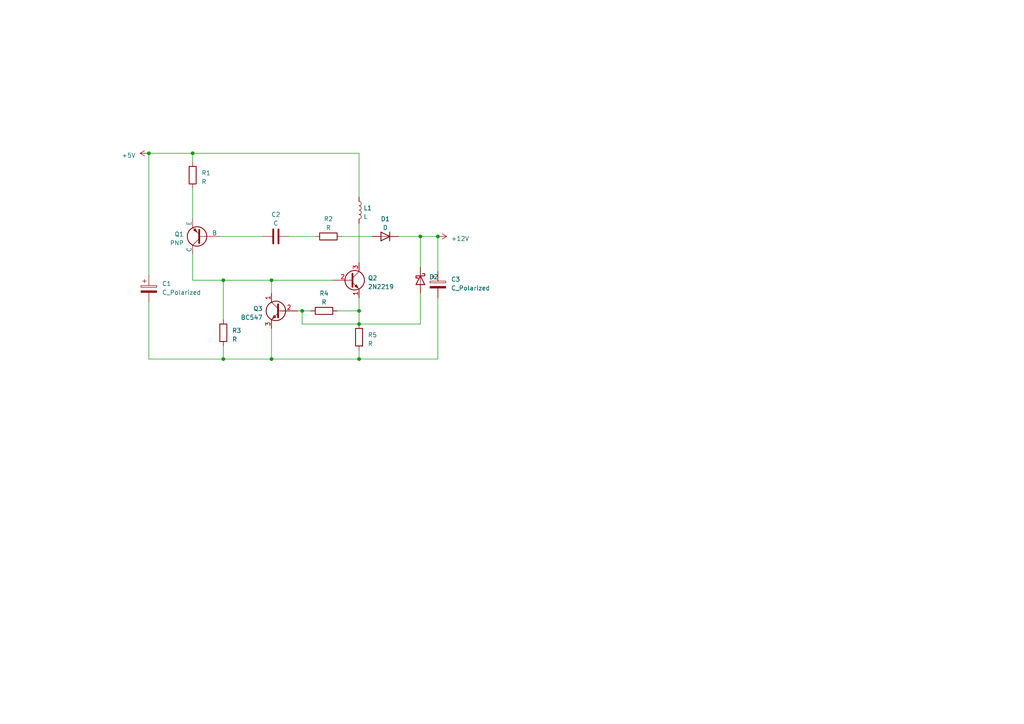
<source format=kicad_sch>
(kicad_sch (version 20230121) (generator eeschema)

  (uuid b5378ec2-7c6c-4f86-a83e-931cb30f817b)

  (paper "A4")

  (lib_symbols
    (symbol "Device:C" (pin_numbers hide) (pin_names (offset 0.254)) (in_bom yes) (on_board yes)
      (property "Reference" "C" (at 0.635 2.54 0)
        (effects (font (size 1.27 1.27)) (justify left))
      )
      (property "Value" "C" (at 0.635 -2.54 0)
        (effects (font (size 1.27 1.27)) (justify left))
      )
      (property "Footprint" "" (at 0.9652 -3.81 0)
        (effects (font (size 1.27 1.27)) hide)
      )
      (property "Datasheet" "~" (at 0 0 0)
        (effects (font (size 1.27 1.27)) hide)
      )
      (property "ki_keywords" "cap capacitor" (at 0 0 0)
        (effects (font (size 1.27 1.27)) hide)
      )
      (property "ki_description" "Unpolarized capacitor" (at 0 0 0)
        (effects (font (size 1.27 1.27)) hide)
      )
      (property "ki_fp_filters" "C_*" (at 0 0 0)
        (effects (font (size 1.27 1.27)) hide)
      )
      (symbol "C_0_1"
        (polyline
          (pts
            (xy -2.032 -0.762)
            (xy 2.032 -0.762)
          )
          (stroke (width 0.508) (type default))
          (fill (type none))
        )
        (polyline
          (pts
            (xy -2.032 0.762)
            (xy 2.032 0.762)
          )
          (stroke (width 0.508) (type default))
          (fill (type none))
        )
      )
      (symbol "C_1_1"
        (pin passive line (at 0 3.81 270) (length 2.794)
          (name "~" (effects (font (size 1.27 1.27))))
          (number "1" (effects (font (size 1.27 1.27))))
        )
        (pin passive line (at 0 -3.81 90) (length 2.794)
          (name "~" (effects (font (size 1.27 1.27))))
          (number "2" (effects (font (size 1.27 1.27))))
        )
      )
    )
    (symbol "Device:C_Polarized" (pin_numbers hide) (pin_names (offset 0.254)) (in_bom yes) (on_board yes)
      (property "Reference" "C" (at 0.635 2.54 0)
        (effects (font (size 1.27 1.27)) (justify left))
      )
      (property "Value" "C_Polarized" (at 0.635 -2.54 0)
        (effects (font (size 1.27 1.27)) (justify left))
      )
      (property "Footprint" "" (at 0.9652 -3.81 0)
        (effects (font (size 1.27 1.27)) hide)
      )
      (property "Datasheet" "~" (at 0 0 0)
        (effects (font (size 1.27 1.27)) hide)
      )
      (property "ki_keywords" "cap capacitor" (at 0 0 0)
        (effects (font (size 1.27 1.27)) hide)
      )
      (property "ki_description" "Polarized capacitor" (at 0 0 0)
        (effects (font (size 1.27 1.27)) hide)
      )
      (property "ki_fp_filters" "CP_*" (at 0 0 0)
        (effects (font (size 1.27 1.27)) hide)
      )
      (symbol "C_Polarized_0_1"
        (rectangle (start -2.286 0.508) (end 2.286 1.016)
          (stroke (width 0) (type default))
          (fill (type none))
        )
        (polyline
          (pts
            (xy -1.778 2.286)
            (xy -0.762 2.286)
          )
          (stroke (width 0) (type default))
          (fill (type none))
        )
        (polyline
          (pts
            (xy -1.27 2.794)
            (xy -1.27 1.778)
          )
          (stroke (width 0) (type default))
          (fill (type none))
        )
        (rectangle (start 2.286 -0.508) (end -2.286 -1.016)
          (stroke (width 0) (type default))
          (fill (type outline))
        )
      )
      (symbol "C_Polarized_1_1"
        (pin passive line (at 0 3.81 270) (length 2.794)
          (name "~" (effects (font (size 1.27 1.27))))
          (number "1" (effects (font (size 1.27 1.27))))
        )
        (pin passive line (at 0 -3.81 90) (length 2.794)
          (name "~" (effects (font (size 1.27 1.27))))
          (number "2" (effects (font (size 1.27 1.27))))
        )
      )
    )
    (symbol "Device:D" (pin_numbers hide) (pin_names (offset 1.016) hide) (in_bom yes) (on_board yes)
      (property "Reference" "D" (at 0 2.54 0)
        (effects (font (size 1.27 1.27)))
      )
      (property "Value" "D" (at 0 -2.54 0)
        (effects (font (size 1.27 1.27)))
      )
      (property "Footprint" "" (at 0 0 0)
        (effects (font (size 1.27 1.27)) hide)
      )
      (property "Datasheet" "~" (at 0 0 0)
        (effects (font (size 1.27 1.27)) hide)
      )
      (property "Sim.Device" "D" (at 0 0 0)
        (effects (font (size 1.27 1.27)) hide)
      )
      (property "Sim.Pins" "1=K 2=A" (at 0 0 0)
        (effects (font (size 1.27 1.27)) hide)
      )
      (property "ki_keywords" "diode" (at 0 0 0)
        (effects (font (size 1.27 1.27)) hide)
      )
      (property "ki_description" "Diode" (at 0 0 0)
        (effects (font (size 1.27 1.27)) hide)
      )
      (property "ki_fp_filters" "TO-???* *_Diode_* *SingleDiode* D_*" (at 0 0 0)
        (effects (font (size 1.27 1.27)) hide)
      )
      (symbol "D_0_1"
        (polyline
          (pts
            (xy -1.27 1.27)
            (xy -1.27 -1.27)
          )
          (stroke (width 0.254) (type default))
          (fill (type none))
        )
        (polyline
          (pts
            (xy 1.27 0)
            (xy -1.27 0)
          )
          (stroke (width 0) (type default))
          (fill (type none))
        )
        (polyline
          (pts
            (xy 1.27 1.27)
            (xy 1.27 -1.27)
            (xy -1.27 0)
            (xy 1.27 1.27)
          )
          (stroke (width 0.254) (type default))
          (fill (type none))
        )
      )
      (symbol "D_1_1"
        (pin passive line (at -3.81 0 0) (length 2.54)
          (name "K" (effects (font (size 1.27 1.27))))
          (number "1" (effects (font (size 1.27 1.27))))
        )
        (pin passive line (at 3.81 0 180) (length 2.54)
          (name "A" (effects (font (size 1.27 1.27))))
          (number "2" (effects (font (size 1.27 1.27))))
        )
      )
    )
    (symbol "Device:D_Schottky" (pin_numbers hide) (pin_names (offset 1.016) hide) (in_bom yes) (on_board yes)
      (property "Reference" "D" (at 0 2.54 0)
        (effects (font (size 1.27 1.27)))
      )
      (property "Value" "D_Schottky" (at 0 -2.54 0)
        (effects (font (size 1.27 1.27)))
      )
      (property "Footprint" "" (at 0 0 0)
        (effects (font (size 1.27 1.27)) hide)
      )
      (property "Datasheet" "~" (at 0 0 0)
        (effects (font (size 1.27 1.27)) hide)
      )
      (property "ki_keywords" "diode Schottky" (at 0 0 0)
        (effects (font (size 1.27 1.27)) hide)
      )
      (property "ki_description" "Schottky diode" (at 0 0 0)
        (effects (font (size 1.27 1.27)) hide)
      )
      (property "ki_fp_filters" "TO-???* *_Diode_* *SingleDiode* D_*" (at 0 0 0)
        (effects (font (size 1.27 1.27)) hide)
      )
      (symbol "D_Schottky_0_1"
        (polyline
          (pts
            (xy 1.27 0)
            (xy -1.27 0)
          )
          (stroke (width 0) (type default))
          (fill (type none))
        )
        (polyline
          (pts
            (xy 1.27 1.27)
            (xy 1.27 -1.27)
            (xy -1.27 0)
            (xy 1.27 1.27)
          )
          (stroke (width 0.254) (type default))
          (fill (type none))
        )
        (polyline
          (pts
            (xy -1.905 0.635)
            (xy -1.905 1.27)
            (xy -1.27 1.27)
            (xy -1.27 -1.27)
            (xy -0.635 -1.27)
            (xy -0.635 -0.635)
          )
          (stroke (width 0.254) (type default))
          (fill (type none))
        )
      )
      (symbol "D_Schottky_1_1"
        (pin passive line (at -3.81 0 0) (length 2.54)
          (name "K" (effects (font (size 1.27 1.27))))
          (number "1" (effects (font (size 1.27 1.27))))
        )
        (pin passive line (at 3.81 0 180) (length 2.54)
          (name "A" (effects (font (size 1.27 1.27))))
          (number "2" (effects (font (size 1.27 1.27))))
        )
      )
    )
    (symbol "Device:L" (pin_numbers hide) (pin_names (offset 1.016) hide) (in_bom yes) (on_board yes)
      (property "Reference" "L" (at -1.27 0 90)
        (effects (font (size 1.27 1.27)))
      )
      (property "Value" "L" (at 1.905 0 90)
        (effects (font (size 1.27 1.27)))
      )
      (property "Footprint" "" (at 0 0 0)
        (effects (font (size 1.27 1.27)) hide)
      )
      (property "Datasheet" "~" (at 0 0 0)
        (effects (font (size 1.27 1.27)) hide)
      )
      (property "ki_keywords" "inductor choke coil reactor magnetic" (at 0 0 0)
        (effects (font (size 1.27 1.27)) hide)
      )
      (property "ki_description" "Inductor" (at 0 0 0)
        (effects (font (size 1.27 1.27)) hide)
      )
      (property "ki_fp_filters" "Choke_* *Coil* Inductor_* L_*" (at 0 0 0)
        (effects (font (size 1.27 1.27)) hide)
      )
      (symbol "L_0_1"
        (arc (start 0 -2.54) (mid 0.6323 -1.905) (end 0 -1.27)
          (stroke (width 0) (type default))
          (fill (type none))
        )
        (arc (start 0 -1.27) (mid 0.6323 -0.635) (end 0 0)
          (stroke (width 0) (type default))
          (fill (type none))
        )
        (arc (start 0 0) (mid 0.6323 0.635) (end 0 1.27)
          (stroke (width 0) (type default))
          (fill (type none))
        )
        (arc (start 0 1.27) (mid 0.6323 1.905) (end 0 2.54)
          (stroke (width 0) (type default))
          (fill (type none))
        )
      )
      (symbol "L_1_1"
        (pin passive line (at 0 3.81 270) (length 1.27)
          (name "1" (effects (font (size 1.27 1.27))))
          (number "1" (effects (font (size 1.27 1.27))))
        )
        (pin passive line (at 0 -3.81 90) (length 1.27)
          (name "2" (effects (font (size 1.27 1.27))))
          (number "2" (effects (font (size 1.27 1.27))))
        )
      )
    )
    (symbol "Device:R" (pin_numbers hide) (pin_names (offset 0)) (in_bom yes) (on_board yes)
      (property "Reference" "R" (at 2.032 0 90)
        (effects (font (size 1.27 1.27)))
      )
      (property "Value" "R" (at 0 0 90)
        (effects (font (size 1.27 1.27)))
      )
      (property "Footprint" "" (at -1.778 0 90)
        (effects (font (size 1.27 1.27)) hide)
      )
      (property "Datasheet" "~" (at 0 0 0)
        (effects (font (size 1.27 1.27)) hide)
      )
      (property "ki_keywords" "R res resistor" (at 0 0 0)
        (effects (font (size 1.27 1.27)) hide)
      )
      (property "ki_description" "Resistor" (at 0 0 0)
        (effects (font (size 1.27 1.27)) hide)
      )
      (property "ki_fp_filters" "R_*" (at 0 0 0)
        (effects (font (size 1.27 1.27)) hide)
      )
      (symbol "R_0_1"
        (rectangle (start -1.016 -2.54) (end 1.016 2.54)
          (stroke (width 0.254) (type default))
          (fill (type none))
        )
      )
      (symbol "R_1_1"
        (pin passive line (at 0 3.81 270) (length 1.27)
          (name "~" (effects (font (size 1.27 1.27))))
          (number "1" (effects (font (size 1.27 1.27))))
        )
        (pin passive line (at 0 -3.81 90) (length 1.27)
          (name "~" (effects (font (size 1.27 1.27))))
          (number "2" (effects (font (size 1.27 1.27))))
        )
      )
    )
    (symbol "Simulation_SPICE:PNP" (pin_numbers hide) (pin_names (offset 0)) (in_bom yes) (on_board yes)
      (property "Reference" "Q" (at -2.54 7.62 0)
        (effects (font (size 1.27 1.27)))
      )
      (property "Value" "PNP" (at -2.54 5.08 0)
        (effects (font (size 1.27 1.27)))
      )
      (property "Footprint" "" (at 35.56 0 0)
        (effects (font (size 1.27 1.27)) hide)
      )
      (property "Datasheet" "~" (at 35.56 0 0)
        (effects (font (size 1.27 1.27)) hide)
      )
      (property "Sim.Device" "PNP" (at 0 0 0)
        (effects (font (size 1.27 1.27)) hide)
      )
      (property "Sim.Type" "GUMMELPOON" (at 0 0 0)
        (effects (font (size 1.27 1.27)) hide)
      )
      (property "Sim.Pins" "1=C 2=B 3=E" (at 0 0 0)
        (effects (font (size 1.27 1.27)) hide)
      )
      (property "ki_keywords" "simulation" (at 0 0 0)
        (effects (font (size 1.27 1.27)) hide)
      )
      (property "ki_description" "Bipolar transistor symbol for simulation only, substrate tied to the emitter" (at 0 0 0)
        (effects (font (size 1.27 1.27)) hide)
      )
      (symbol "PNP_0_1"
        (polyline
          (pts
            (xy -2.54 0)
            (xy 0.635 0)
          )
          (stroke (width 0.1524) (type default))
          (fill (type none))
        )
        (polyline
          (pts
            (xy 0.635 0.635)
            (xy 2.54 2.54)
          )
          (stroke (width 0) (type default))
          (fill (type none))
        )
        (polyline
          (pts
            (xy 0.635 -0.635)
            (xy 2.54 -2.54)
            (xy 2.54 -2.54)
          )
          (stroke (width 0) (type default))
          (fill (type none))
        )
        (polyline
          (pts
            (xy 0.635 1.905)
            (xy 0.635 -1.905)
            (xy 0.635 -1.905)
          )
          (stroke (width 0.508) (type default))
          (fill (type none))
        )
        (polyline
          (pts
            (xy 2.286 -1.778)
            (xy 1.778 -2.286)
            (xy 1.27 -1.27)
            (xy 2.286 -1.778)
            (xy 2.286 -1.778)
          )
          (stroke (width 0) (type default))
          (fill (type outline))
        )
        (circle (center 1.27 0) (radius 2.8194)
          (stroke (width 0.254) (type default))
          (fill (type none))
        )
      )
      (symbol "PNP_1_1"
        (pin open_collector line (at 2.54 5.08 270) (length 2.54)
          (name "C" (effects (font (size 1.27 1.27))))
          (number "1" (effects (font (size 1.27 1.27))))
        )
        (pin input line (at -5.08 0 0) (length 2.54)
          (name "B" (effects (font (size 1.27 1.27))))
          (number "2" (effects (font (size 1.27 1.27))))
        )
        (pin open_emitter line (at 2.54 -5.08 90) (length 2.54)
          (name "E" (effects (font (size 1.27 1.27))))
          (number "3" (effects (font (size 1.27 1.27))))
        )
      )
    )
    (symbol "Transistor_BJT:2N2219" (pin_names (offset 0) hide) (in_bom yes) (on_board yes)
      (property "Reference" "Q" (at 5.08 1.905 0)
        (effects (font (size 1.27 1.27)) (justify left))
      )
      (property "Value" "2N2219" (at 5.08 0 0)
        (effects (font (size 1.27 1.27)) (justify left))
      )
      (property "Footprint" "Package_TO_SOT_THT:TO-39-3" (at 5.08 -1.905 0)
        (effects (font (size 1.27 1.27) italic) (justify left) hide)
      )
      (property "Datasheet" "http://www.onsemi.com/pub_link/Collateral/2N2219-D.PDF" (at 0 0 0)
        (effects (font (size 1.27 1.27)) (justify left) hide)
      )
      (property "ki_keywords" "NPN Transistor" (at 0 0 0)
        (effects (font (size 1.27 1.27)) hide)
      )
      (property "ki_description" "800mA Ic, 50V Vce, NPN Transistor, TO-39" (at 0 0 0)
        (effects (font (size 1.27 1.27)) hide)
      )
      (property "ki_fp_filters" "TO?39*" (at 0 0 0)
        (effects (font (size 1.27 1.27)) hide)
      )
      (symbol "2N2219_0_1"
        (polyline
          (pts
            (xy 0.635 0.635)
            (xy 2.54 2.54)
          )
          (stroke (width 0) (type default))
          (fill (type none))
        )
        (polyline
          (pts
            (xy 0.635 -0.635)
            (xy 2.54 -2.54)
            (xy 2.54 -2.54)
          )
          (stroke (width 0) (type default))
          (fill (type none))
        )
        (polyline
          (pts
            (xy 0.635 1.905)
            (xy 0.635 -1.905)
            (xy 0.635 -1.905)
          )
          (stroke (width 0.508) (type default))
          (fill (type none))
        )
        (polyline
          (pts
            (xy 1.27 -1.778)
            (xy 1.778 -1.27)
            (xy 2.286 -2.286)
            (xy 1.27 -1.778)
            (xy 1.27 -1.778)
          )
          (stroke (width 0) (type default))
          (fill (type outline))
        )
        (circle (center 1.27 0) (radius 2.8194)
          (stroke (width 0.254) (type default))
          (fill (type none))
        )
      )
      (symbol "2N2219_1_1"
        (pin passive line (at 2.54 -5.08 90) (length 2.54)
          (name "E" (effects (font (size 1.27 1.27))))
          (number "1" (effects (font (size 1.27 1.27))))
        )
        (pin passive line (at -5.08 0 0) (length 5.715)
          (name "B" (effects (font (size 1.27 1.27))))
          (number "2" (effects (font (size 1.27 1.27))))
        )
        (pin passive line (at 2.54 5.08 270) (length 2.54)
          (name "C" (effects (font (size 1.27 1.27))))
          (number "3" (effects (font (size 1.27 1.27))))
        )
      )
    )
    (symbol "Transistor_BJT:BC547" (pin_names (offset 0) hide) (in_bom yes) (on_board yes)
      (property "Reference" "Q" (at 5.08 1.905 0)
        (effects (font (size 1.27 1.27)) (justify left))
      )
      (property "Value" "BC547" (at 5.08 0 0)
        (effects (font (size 1.27 1.27)) (justify left))
      )
      (property "Footprint" "Package_TO_SOT_THT:TO-92_Inline" (at 5.08 -1.905 0)
        (effects (font (size 1.27 1.27) italic) (justify left) hide)
      )
      (property "Datasheet" "https://www.onsemi.com/pub/Collateral/BC550-D.pdf" (at 0 0 0)
        (effects (font (size 1.27 1.27)) (justify left) hide)
      )
      (property "ki_keywords" "NPN Transistor" (at 0 0 0)
        (effects (font (size 1.27 1.27)) hide)
      )
      (property "ki_description" "0.1A Ic, 45V Vce, Small Signal NPN Transistor, TO-92" (at 0 0 0)
        (effects (font (size 1.27 1.27)) hide)
      )
      (property "ki_fp_filters" "TO?92*" (at 0 0 0)
        (effects (font (size 1.27 1.27)) hide)
      )
      (symbol "BC547_0_1"
        (polyline
          (pts
            (xy 0 0)
            (xy 0.635 0)
          )
          (stroke (width 0) (type default))
          (fill (type none))
        )
        (polyline
          (pts
            (xy 0.635 0.635)
            (xy 2.54 2.54)
          )
          (stroke (width 0) (type default))
          (fill (type none))
        )
        (polyline
          (pts
            (xy 0.635 -0.635)
            (xy 2.54 -2.54)
            (xy 2.54 -2.54)
          )
          (stroke (width 0) (type default))
          (fill (type none))
        )
        (polyline
          (pts
            (xy 0.635 1.905)
            (xy 0.635 -1.905)
            (xy 0.635 -1.905)
          )
          (stroke (width 0.508) (type default))
          (fill (type none))
        )
        (polyline
          (pts
            (xy 1.27 -1.778)
            (xy 1.778 -1.27)
            (xy 2.286 -2.286)
            (xy 1.27 -1.778)
            (xy 1.27 -1.778)
          )
          (stroke (width 0) (type default))
          (fill (type outline))
        )
        (circle (center 1.27 0) (radius 2.8194)
          (stroke (width 0.254) (type default))
          (fill (type none))
        )
      )
      (symbol "BC547_1_1"
        (pin passive line (at 2.54 5.08 270) (length 2.54)
          (name "C" (effects (font (size 1.27 1.27))))
          (number "1" (effects (font (size 1.27 1.27))))
        )
        (pin input line (at -5.08 0 0) (length 5.08)
          (name "B" (effects (font (size 1.27 1.27))))
          (number "2" (effects (font (size 1.27 1.27))))
        )
        (pin passive line (at 2.54 -5.08 90) (length 2.54)
          (name "E" (effects (font (size 1.27 1.27))))
          (number "3" (effects (font (size 1.27 1.27))))
        )
      )
    )
    (symbol "power:+12V" (power) (pin_names (offset 0)) (in_bom yes) (on_board yes)
      (property "Reference" "#PWR" (at 0 -3.81 0)
        (effects (font (size 1.27 1.27)) hide)
      )
      (property "Value" "+12V" (at 0 3.556 0)
        (effects (font (size 1.27 1.27)))
      )
      (property "Footprint" "" (at 0 0 0)
        (effects (font (size 1.27 1.27)) hide)
      )
      (property "Datasheet" "" (at 0 0 0)
        (effects (font (size 1.27 1.27)) hide)
      )
      (property "ki_keywords" "global power" (at 0 0 0)
        (effects (font (size 1.27 1.27)) hide)
      )
      (property "ki_description" "Power symbol creates a global label with name \"+12V\"" (at 0 0 0)
        (effects (font (size 1.27 1.27)) hide)
      )
      (symbol "+12V_0_1"
        (polyline
          (pts
            (xy -0.762 1.27)
            (xy 0 2.54)
          )
          (stroke (width 0) (type default))
          (fill (type none))
        )
        (polyline
          (pts
            (xy 0 0)
            (xy 0 2.54)
          )
          (stroke (width 0) (type default))
          (fill (type none))
        )
        (polyline
          (pts
            (xy 0 2.54)
            (xy 0.762 1.27)
          )
          (stroke (width 0) (type default))
          (fill (type none))
        )
      )
      (symbol "+12V_1_1"
        (pin power_in line (at 0 0 90) (length 0) hide
          (name "+12V" (effects (font (size 1.27 1.27))))
          (number "1" (effects (font (size 1.27 1.27))))
        )
      )
    )
    (symbol "power:+5V" (power) (pin_names (offset 0)) (in_bom yes) (on_board yes)
      (property "Reference" "#PWR" (at 0 -3.81 0)
        (effects (font (size 1.27 1.27)) hide)
      )
      (property "Value" "+5V" (at 0 3.556 0)
        (effects (font (size 1.27 1.27)))
      )
      (property "Footprint" "" (at 0 0 0)
        (effects (font (size 1.27 1.27)) hide)
      )
      (property "Datasheet" "" (at 0 0 0)
        (effects (font (size 1.27 1.27)) hide)
      )
      (property "ki_keywords" "global power" (at 0 0 0)
        (effects (font (size 1.27 1.27)) hide)
      )
      (property "ki_description" "Power symbol creates a global label with name \"+5V\"" (at 0 0 0)
        (effects (font (size 1.27 1.27)) hide)
      )
      (symbol "+5V_0_1"
        (polyline
          (pts
            (xy -0.762 1.27)
            (xy 0 2.54)
          )
          (stroke (width 0) (type default))
          (fill (type none))
        )
        (polyline
          (pts
            (xy 0 0)
            (xy 0 2.54)
          )
          (stroke (width 0) (type default))
          (fill (type none))
        )
        (polyline
          (pts
            (xy 0 2.54)
            (xy 0.762 1.27)
          )
          (stroke (width 0) (type default))
          (fill (type none))
        )
      )
      (symbol "+5V_1_1"
        (pin power_in line (at 0 0 90) (length 0) hide
          (name "+5V" (effects (font (size 1.27 1.27))))
          (number "1" (effects (font (size 1.27 1.27))))
        )
      )
    )
  )


  (junction (at 87.63 90.17) (diameter 0) (color 0 0 0 0)
    (uuid 09122e53-a2bf-4bb0-8972-31a9dc534e04)
  )
  (junction (at 104.14 93.98) (diameter 0) (color 0 0 0 0)
    (uuid 0a770894-d0a5-4265-8804-9866a7df625e)
  )
  (junction (at 78.74 81.28) (diameter 0) (color 0 0 0 0)
    (uuid 6a0fc54f-5b47-4a05-ae85-2d58676b6abb)
  )
  (junction (at 104.14 104.14) (diameter 0) (color 0 0 0 0)
    (uuid 7743f01b-122a-4a41-8f12-8778d70b5ee6)
  )
  (junction (at 121.92 68.58) (diameter 0) (color 0 0 0 0)
    (uuid 843d4a56-ff84-4137-8c9f-6a7b62ac466a)
  )
  (junction (at 64.77 104.14) (diameter 0) (color 0 0 0 0)
    (uuid 964f358f-9c0b-4bbf-b147-d29e2018e55a)
  )
  (junction (at 64.77 81.28) (diameter 0) (color 0 0 0 0)
    (uuid 9bef7684-631b-4fef-9620-4c888b2dd0b7)
  )
  (junction (at 43.18 44.45) (diameter 0) (color 0 0 0 0)
    (uuid c5c10183-fb7e-4005-a979-1ab7159f349e)
  )
  (junction (at 104.14 90.17) (diameter 0) (color 0 0 0 0)
    (uuid c70d42bb-eca5-48e6-827d-ecc894843079)
  )
  (junction (at 78.74 104.14) (diameter 0) (color 0 0 0 0)
    (uuid dffb9ed2-d005-4336-a8f1-255c9c02cb9b)
  )
  (junction (at 127 68.58) (diameter 0) (color 0 0 0 0)
    (uuid e4b500a7-d32c-4e9e-9682-6e0ed7c571e1)
  )
  (junction (at 55.88 44.45) (diameter 0) (color 0 0 0 0)
    (uuid f1a9286e-7e12-47f9-9594-a9d10dbf8d58)
  )

  (wire (pts (xy 127 68.58) (xy 127 78.74))
    (stroke (width 0) (type default))
    (uuid 022bbc66-edfb-4790-88f9-00b8b1197f0c)
  )
  (wire (pts (xy 104.14 93.98) (xy 87.63 93.98))
    (stroke (width 0) (type default))
    (uuid 0b370205-45b9-46a3-9ba1-b65d44fcfe88)
  )
  (wire (pts (xy 99.06 68.58) (xy 107.95 68.58))
    (stroke (width 0) (type default))
    (uuid 13b3b55a-82ba-47a9-b41a-8743a0cfc104)
  )
  (wire (pts (xy 115.57 68.58) (xy 121.92 68.58))
    (stroke (width 0) (type default))
    (uuid 1af592e7-f728-4473-be0e-3979c5fae885)
  )
  (wire (pts (xy 64.77 104.14) (xy 43.18 104.14))
    (stroke (width 0) (type default))
    (uuid 1e7c840b-6cba-48d5-8c33-66f4c956bdf5)
  )
  (wire (pts (xy 104.14 86.36) (xy 104.14 90.17))
    (stroke (width 0) (type default))
    (uuid 1ea0bfe2-9d5c-40e2-8a61-5803efc92211)
  )
  (wire (pts (xy 55.88 54.61) (xy 55.88 63.5))
    (stroke (width 0) (type default))
    (uuid 22220d44-b458-416f-b1f5-f82839ea2949)
  )
  (wire (pts (xy 87.63 93.98) (xy 87.63 90.17))
    (stroke (width 0) (type default))
    (uuid 3cf2e55d-158f-4557-9560-4a929d67d8a5)
  )
  (wire (pts (xy 78.74 104.14) (xy 64.77 104.14))
    (stroke (width 0) (type default))
    (uuid 40dcff64-e60d-4a5e-8709-4da4c17e01cc)
  )
  (wire (pts (xy 127 104.14) (xy 104.14 104.14))
    (stroke (width 0) (type default))
    (uuid 42d14431-130e-4774-a37e-df05f8d00fd5)
  )
  (wire (pts (xy 64.77 100.33) (xy 64.77 104.14))
    (stroke (width 0) (type default))
    (uuid 430654a9-42da-40ba-977a-9c36484560d6)
  )
  (wire (pts (xy 104.14 90.17) (xy 104.14 93.98))
    (stroke (width 0) (type default))
    (uuid 4de6c98a-6f33-44b4-a19f-cb9d43a27653)
  )
  (wire (pts (xy 43.18 44.45) (xy 55.88 44.45))
    (stroke (width 0) (type default))
    (uuid 4fe5ed99-0fa9-41c9-82c9-8936872a0495)
  )
  (wire (pts (xy 121.92 68.58) (xy 127 68.58))
    (stroke (width 0) (type default))
    (uuid 5052748c-49d6-4d83-8bca-28e1c67dc1a8)
  )
  (wire (pts (xy 78.74 81.28) (xy 78.74 85.09))
    (stroke (width 0) (type default))
    (uuid 516fd1d9-adbd-4cb9-a863-ccece74acf7c)
  )
  (wire (pts (xy 104.14 101.6) (xy 104.14 104.14))
    (stroke (width 0) (type default))
    (uuid 54928927-b512-4557-8633-410bf85c612e)
  )
  (wire (pts (xy 78.74 95.25) (xy 78.74 104.14))
    (stroke (width 0) (type default))
    (uuid 5a184179-8f1d-4192-b5a8-52c46b72c4d7)
  )
  (wire (pts (xy 104.14 64.77) (xy 104.14 76.2))
    (stroke (width 0) (type default))
    (uuid 5b91bacd-9ce2-4aac-8b2d-9511eaeaa650)
  )
  (wire (pts (xy 64.77 81.28) (xy 64.77 92.71))
    (stroke (width 0) (type default))
    (uuid 5d31ec9d-545e-4f0f-8def-be6271eeea1f)
  )
  (wire (pts (xy 127 86.36) (xy 127 104.14))
    (stroke (width 0) (type default))
    (uuid 675c5fa8-f21b-44ff-a654-1b857e0417ea)
  )
  (wire (pts (xy 55.88 44.45) (xy 104.14 44.45))
    (stroke (width 0) (type default))
    (uuid 6ac36018-94cb-4cdf-bb4b-48bc134a21f8)
  )
  (wire (pts (xy 78.74 81.28) (xy 96.52 81.28))
    (stroke (width 0) (type default))
    (uuid 6ffefe32-6fa0-4301-9028-b9cba77cf814)
  )
  (wire (pts (xy 55.88 81.28) (xy 64.77 81.28))
    (stroke (width 0) (type default))
    (uuid 75917c0f-4b2f-45ec-9741-f957f3e5e516)
  )
  (wire (pts (xy 83.82 68.58) (xy 91.44 68.58))
    (stroke (width 0) (type default))
    (uuid 76a6b20f-a62b-4407-b918-8ac327ebabc3)
  )
  (wire (pts (xy 55.88 73.66) (xy 55.88 81.28))
    (stroke (width 0) (type default))
    (uuid 866e2d13-ecb8-452c-a586-7009f54cd20f)
  )
  (wire (pts (xy 104.14 57.15) (xy 104.14 44.45))
    (stroke (width 0) (type default))
    (uuid 873f53e6-c5b7-45c3-9d89-ff7af1280bd9)
  )
  (wire (pts (xy 43.18 44.45) (xy 43.18 80.01))
    (stroke (width 0) (type default))
    (uuid 8cff323d-10a8-4b94-99c3-6ca9933aa48e)
  )
  (wire (pts (xy 63.5 68.58) (xy 76.2 68.58))
    (stroke (width 0) (type default))
    (uuid ae3280ed-0856-49e3-88b9-df545c13a801)
  )
  (wire (pts (xy 104.14 104.14) (xy 78.74 104.14))
    (stroke (width 0) (type default))
    (uuid bf7efd06-f48a-4846-9ada-fd9903ccd25b)
  )
  (wire (pts (xy 43.18 104.14) (xy 43.18 87.63))
    (stroke (width 0) (type default))
    (uuid db4e5939-0c46-496b-b54e-0d4aa1390f8b)
  )
  (wire (pts (xy 97.79 90.17) (xy 104.14 90.17))
    (stroke (width 0) (type default))
    (uuid dd271ebc-2ea4-485c-b074-28b735b35622)
  )
  (wire (pts (xy 55.88 46.99) (xy 55.88 44.45))
    (stroke (width 0) (type default))
    (uuid e8898681-4a5b-4a40-84ba-f5bdb436bb85)
  )
  (wire (pts (xy 86.36 90.17) (xy 87.63 90.17))
    (stroke (width 0) (type default))
    (uuid e8ecacc9-a665-4920-b09f-33fc5ce24a7f)
  )
  (wire (pts (xy 87.63 90.17) (xy 90.17 90.17))
    (stroke (width 0) (type default))
    (uuid edfc1496-f9c7-4a8a-8cb3-d7f0d0fc75f8)
  )
  (wire (pts (xy 121.92 68.58) (xy 121.92 77.47))
    (stroke (width 0) (type default))
    (uuid f2eaed02-e991-45b5-93e0-83b98f6245a5)
  )
  (wire (pts (xy 64.77 81.28) (xy 78.74 81.28))
    (stroke (width 0) (type default))
    (uuid f3f05e17-fa93-4de4-aee3-4069c369f940)
  )
  (wire (pts (xy 121.92 93.98) (xy 104.14 93.98))
    (stroke (width 0) (type default))
    (uuid f6808169-26b1-47aa-bad5-68e02d1ababc)
  )
  (wire (pts (xy 121.92 85.09) (xy 121.92 93.98))
    (stroke (width 0) (type default))
    (uuid f95c3c14-1d24-4208-802e-22cab4ebf183)
  )

  (symbol (lib_id "Device:R") (at 93.98 90.17 90) (unit 1)
    (in_bom yes) (on_board yes) (dnp no) (fields_autoplaced)
    (uuid 29dea77b-e503-48ae-8c3d-70aae3aabd41)
    (property "Reference" "R4" (at 93.98 85.09 90)
      (effects (font (size 1.27 1.27)))
    )
    (property "Value" "R" (at 93.98 87.63 90)
      (effects (font (size 1.27 1.27)))
    )
    (property "Footprint" "" (at 93.98 91.948 90)
      (effects (font (size 1.27 1.27)) hide)
    )
    (property "Datasheet" "~" (at 93.98 90.17 0)
      (effects (font (size 1.27 1.27)) hide)
    )
    (pin "1" (uuid abae16b6-1b00-4ba1-9cb4-960dba7b69be))
    (pin "2" (uuid a4d27891-25dc-4153-8c7d-ea6bc40f1c52))
    (instances
      (project "5v to 12v"
        (path "/b5378ec2-7c6c-4f86-a83e-931cb30f817b"
          (reference "R4") (unit 1)
        )
      )
    )
  )

  (symbol (lib_id "Device:C_Polarized") (at 127 82.55 0) (unit 1)
    (in_bom yes) (on_board yes) (dnp no) (fields_autoplaced)
    (uuid 313ad8f6-f783-4a28-80c3-7d6419b7fcd8)
    (property "Reference" "C3" (at 130.81 81.026 0)
      (effects (font (size 1.27 1.27)) (justify left))
    )
    (property "Value" "C_Polarized" (at 130.81 83.566 0)
      (effects (font (size 1.27 1.27)) (justify left))
    )
    (property "Footprint" "" (at 127.9652 86.36 0)
      (effects (font (size 1.27 1.27)) hide)
    )
    (property "Datasheet" "~" (at 127 82.55 0)
      (effects (font (size 1.27 1.27)) hide)
    )
    (pin "1" (uuid 068a5591-1cfd-4b93-b482-c8210a9caa89))
    (pin "2" (uuid efe02297-8a85-4a7a-93d1-bc808fc4c3f0))
    (instances
      (project "5v to 12v"
        (path "/b5378ec2-7c6c-4f86-a83e-931cb30f817b"
          (reference "C3") (unit 1)
        )
      )
    )
  )

  (symbol (lib_id "Device:R") (at 55.88 50.8 0) (unit 1)
    (in_bom yes) (on_board yes) (dnp no) (fields_autoplaced)
    (uuid 35ef83e7-9351-486e-9f20-bbb0b43f7766)
    (property "Reference" "R1" (at 58.42 50.165 0)
      (effects (font (size 1.27 1.27)) (justify left))
    )
    (property "Value" "R" (at 58.42 52.705 0)
      (effects (font (size 1.27 1.27)) (justify left))
    )
    (property "Footprint" "" (at 54.102 50.8 90)
      (effects (font (size 1.27 1.27)) hide)
    )
    (property "Datasheet" "~" (at 55.88 50.8 0)
      (effects (font (size 1.27 1.27)) hide)
    )
    (pin "1" (uuid e0e7812d-8114-4410-b986-5a81bcfc6617))
    (pin "2" (uuid f4ee9de3-b476-4a1c-b575-8a65215e138f))
    (instances
      (project "5v to 12v"
        (path "/b5378ec2-7c6c-4f86-a83e-931cb30f817b"
          (reference "R1") (unit 1)
        )
      )
    )
  )

  (symbol (lib_id "Simulation_SPICE:PNP") (at 58.42 68.58 180) (unit 1)
    (in_bom yes) (on_board yes) (dnp no) (fields_autoplaced)
    (uuid 3f27d9e2-0c14-44e4-801b-c11c37e53eda)
    (property "Reference" "Q1" (at 53.34 67.945 0)
      (effects (font (size 1.27 1.27)) (justify left))
    )
    (property "Value" "PNP" (at 53.34 70.485 0)
      (effects (font (size 1.27 1.27)) (justify left))
    )
    (property "Footprint" "Package_TO_SOT_THT:TO-92Flat" (at 22.86 68.58 0)
      (effects (font (size 1.27 1.27)) hide)
    )
    (property "Datasheet" "~" (at 22.86 68.58 0)
      (effects (font (size 1.27 1.27)) hide)
    )
    (property "Sim.Device" "PNP" (at 58.42 68.58 0)
      (effects (font (size 1.27 1.27)) hide)
    )
    (property "Sim.Type" "GUMMELPOON" (at 58.42 68.58 0)
      (effects (font (size 1.27 1.27)) hide)
    )
    (property "Sim.Pins" "1=C 2=B 3=E" (at 58.42 68.58 0)
      (effects (font (size 1.27 1.27)) hide)
    )
    (pin "1" (uuid 8d17ef13-4ce7-45aa-8f72-c4474e9344b8))
    (pin "2" (uuid 8f05b633-2a32-4b17-8002-5fa77bb65490))
    (pin "3" (uuid bb6b87b4-1dbe-4e1f-a1a3-d14d0172e10e))
    (instances
      (project "5v to 12v"
        (path "/b5378ec2-7c6c-4f86-a83e-931cb30f817b"
          (reference "Q1") (unit 1)
        )
      )
    )
  )

  (symbol (lib_id "Device:D") (at 111.76 68.58 180) (unit 1)
    (in_bom yes) (on_board yes) (dnp no) (fields_autoplaced)
    (uuid 565b9bb6-9d42-47b7-96ba-672ccf986241)
    (property "Reference" "D1" (at 111.76 63.5 0)
      (effects (font (size 1.27 1.27)))
    )
    (property "Value" "D" (at 111.76 66.04 0)
      (effects (font (size 1.27 1.27)))
    )
    (property "Footprint" "" (at 111.76 68.58 0)
      (effects (font (size 1.27 1.27)) hide)
    )
    (property "Datasheet" "~" (at 111.76 68.58 0)
      (effects (font (size 1.27 1.27)) hide)
    )
    (property "Sim.Device" "D" (at 111.76 68.58 0)
      (effects (font (size 1.27 1.27)) hide)
    )
    (property "Sim.Pins" "1=K 2=A" (at 111.76 68.58 0)
      (effects (font (size 1.27 1.27)) hide)
    )
    (pin "1" (uuid 52b19746-e973-4966-b839-6b33f4a8620e))
    (pin "2" (uuid fcab0979-7dab-4d12-86ad-91d55f320eee))
    (instances
      (project "5v to 12v"
        (path "/b5378ec2-7c6c-4f86-a83e-931cb30f817b"
          (reference "D1") (unit 1)
        )
      )
    )
  )

  (symbol (lib_id "Transistor_BJT:2N2219") (at 101.6 81.28 0) (unit 1)
    (in_bom yes) (on_board yes) (dnp no) (fields_autoplaced)
    (uuid 579a711c-b65f-43e3-842e-5e640749edaf)
    (property "Reference" "Q2" (at 106.68 80.645 0)
      (effects (font (size 1.27 1.27)) (justify left))
    )
    (property "Value" "2N2219" (at 106.68 83.185 0)
      (effects (font (size 1.27 1.27)) (justify left))
    )
    (property "Footprint" "Package_TO_SOT_THT:TO-39-3" (at 106.68 83.185 0)
      (effects (font (size 1.27 1.27) italic) (justify left) hide)
    )
    (property "Datasheet" "http://www.onsemi.com/pub_link/Collateral/2N2219-D.PDF" (at 101.6 81.28 0)
      (effects (font (size 1.27 1.27)) (justify left) hide)
    )
    (pin "1" (uuid b94932ea-8546-48ec-8ba1-e6a4caba8e49))
    (pin "2" (uuid 81ecd977-34e9-43ad-a33c-cc625c3ffa10))
    (pin "3" (uuid 4c7ce655-b1e2-4f38-ae6d-8fe4321ef81b))
    (instances
      (project "5v to 12v"
        (path "/b5378ec2-7c6c-4f86-a83e-931cb30f817b"
          (reference "Q2") (unit 1)
        )
      )
    )
  )

  (symbol (lib_id "Device:L") (at 104.14 60.96 0) (unit 1)
    (in_bom yes) (on_board yes) (dnp no) (fields_autoplaced)
    (uuid 586fd958-998c-46fd-be5d-61a00a224005)
    (property "Reference" "L1" (at 105.41 60.325 0)
      (effects (font (size 1.27 1.27)) (justify left))
    )
    (property "Value" "L" (at 105.41 62.865 0)
      (effects (font (size 1.27 1.27)) (justify left))
    )
    (property "Footprint" "" (at 104.14 60.96 0)
      (effects (font (size 1.27 1.27)) hide)
    )
    (property "Datasheet" "~" (at 104.14 60.96 0)
      (effects (font (size 1.27 1.27)) hide)
    )
    (pin "1" (uuid 9738af79-9a09-4439-8dda-2e6697d1d44b))
    (pin "2" (uuid eae58a79-660e-4d55-8433-b4f7e84d043a))
    (instances
      (project "5v to 12v"
        (path "/b5378ec2-7c6c-4f86-a83e-931cb30f817b"
          (reference "L1") (unit 1)
        )
      )
    )
  )

  (symbol (lib_id "power:+12V") (at 127 68.58 270) (unit 1)
    (in_bom yes) (on_board yes) (dnp no) (fields_autoplaced)
    (uuid 652da5da-ae27-4724-8c27-4bc207e59a8a)
    (property "Reference" "#PWR02" (at 123.19 68.58 0)
      (effects (font (size 1.27 1.27)) hide)
    )
    (property "Value" "+12V" (at 130.81 69.215 90)
      (effects (font (size 1.27 1.27)) (justify left))
    )
    (property "Footprint" "" (at 127 68.58 0)
      (effects (font (size 1.27 1.27)) hide)
    )
    (property "Datasheet" "" (at 127 68.58 0)
      (effects (font (size 1.27 1.27)) hide)
    )
    (pin "1" (uuid ade6c6e2-0a78-49f9-a2e1-5489d6f29042))
    (instances
      (project "5v to 12v"
        (path "/b5378ec2-7c6c-4f86-a83e-931cb30f817b"
          (reference "#PWR02") (unit 1)
        )
      )
    )
  )

  (symbol (lib_id "power:+5V") (at 43.18 44.45 90) (unit 1)
    (in_bom yes) (on_board yes) (dnp no) (fields_autoplaced)
    (uuid 65832993-68f6-4d93-b035-1a4971e2ab0a)
    (property "Reference" "#PWR01" (at 46.99 44.45 0)
      (effects (font (size 1.27 1.27)) hide)
    )
    (property "Value" "+5V" (at 39.37 45.085 90)
      (effects (font (size 1.27 1.27)) (justify left))
    )
    (property "Footprint" "" (at 43.18 44.45 0)
      (effects (font (size 1.27 1.27)) hide)
    )
    (property "Datasheet" "" (at 43.18 44.45 0)
      (effects (font (size 1.27 1.27)) hide)
    )
    (pin "1" (uuid 6cc7ff4a-7058-487d-ae48-2b6e0e5dce58))
    (instances
      (project "5v to 12v"
        (path "/b5378ec2-7c6c-4f86-a83e-931cb30f817b"
          (reference "#PWR01") (unit 1)
        )
      )
    )
  )

  (symbol (lib_id "Device:C") (at 80.01 68.58 90) (unit 1)
    (in_bom yes) (on_board yes) (dnp no) (fields_autoplaced)
    (uuid 775c5793-4742-43b1-833b-bd1dbbf35575)
    (property "Reference" "C2" (at 80.01 62.23 90)
      (effects (font (size 1.27 1.27)))
    )
    (property "Value" "C" (at 80.01 64.77 90)
      (effects (font (size 1.27 1.27)))
    )
    (property "Footprint" "" (at 83.82 67.6148 0)
      (effects (font (size 1.27 1.27)) hide)
    )
    (property "Datasheet" "~" (at 80.01 68.58 0)
      (effects (font (size 1.27 1.27)) hide)
    )
    (pin "1" (uuid 4228364d-0fa2-4104-9198-28fbe8195603))
    (pin "2" (uuid 3d9ad35b-cbe0-4233-bc17-838ba73d5888))
    (instances
      (project "5v to 12v"
        (path "/b5378ec2-7c6c-4f86-a83e-931cb30f817b"
          (reference "C2") (unit 1)
        )
      )
    )
  )

  (symbol (lib_id "Device:C_Polarized") (at 43.18 83.82 0) (unit 1)
    (in_bom yes) (on_board yes) (dnp no) (fields_autoplaced)
    (uuid b47a3aca-7a2d-42da-ab1a-8ca95f17ff3f)
    (property "Reference" "C1" (at 46.99 82.296 0)
      (effects (font (size 1.27 1.27)) (justify left))
    )
    (property "Value" "C_Polarized" (at 46.99 84.836 0)
      (effects (font (size 1.27 1.27)) (justify left))
    )
    (property "Footprint" "" (at 44.1452 87.63 0)
      (effects (font (size 1.27 1.27)) hide)
    )
    (property "Datasheet" "~" (at 43.18 83.82 0)
      (effects (font (size 1.27 1.27)) hide)
    )
    (pin "1" (uuid c840517b-4538-4c9b-8946-1d24ee27f575))
    (pin "2" (uuid 93757422-deed-4416-915e-f9e0ff72ac7f))
    (instances
      (project "5v to 12v"
        (path "/b5378ec2-7c6c-4f86-a83e-931cb30f817b"
          (reference "C1") (unit 1)
        )
      )
    )
  )

  (symbol (lib_id "Device:D_Schottky") (at 121.92 81.28 270) (unit 1)
    (in_bom yes) (on_board yes) (dnp no) (fields_autoplaced)
    (uuid bbed90e6-30fb-4dfb-a39c-715151bc5ef8)
    (property "Reference" "D2" (at 124.46 80.3275 90)
      (effects (font (size 1.27 1.27)) (justify left))
    )
    (property "Value" "D_Schottky" (at 124.46 82.8675 90)
      (effects (font (size 1.27 1.27)) (justify left) hide)
    )
    (property "Footprint" "" (at 121.92 81.28 0)
      (effects (font (size 1.27 1.27)) hide)
    )
    (property "Datasheet" "~" (at 121.92 81.28 0)
      (effects (font (size 1.27 1.27)) hide)
    )
    (pin "1" (uuid 9bb5610d-b77b-46bf-b1be-2ad9d5132ecd))
    (pin "2" (uuid b5e3e10f-fc5b-48ce-a7a5-c2623f8188b5))
    (instances
      (project "5v to 12v"
        (path "/b5378ec2-7c6c-4f86-a83e-931cb30f817b"
          (reference "D2") (unit 1)
        )
      )
    )
  )

  (symbol (lib_id "Transistor_BJT:BC547") (at 81.28 90.17 0) (mirror y) (unit 1)
    (in_bom yes) (on_board yes) (dnp no) (fields_autoplaced)
    (uuid c659ec4c-2bf0-47df-b5db-d33d1c6054d4)
    (property "Reference" "Q3" (at 76.2 89.535 0)
      (effects (font (size 1.27 1.27)) (justify left))
    )
    (property "Value" "BC547" (at 76.2 92.075 0)
      (effects (font (size 1.27 1.27)) (justify left))
    )
    (property "Footprint" "Package_TO_SOT_THT:TO-92_Inline" (at 76.2 92.075 0)
      (effects (font (size 1.27 1.27) italic) (justify left) hide)
    )
    (property "Datasheet" "https://www.onsemi.com/pub/Collateral/BC550-D.pdf" (at 81.28 90.17 0)
      (effects (font (size 1.27 1.27)) (justify left) hide)
    )
    (pin "1" (uuid cac1b144-0a1c-461e-a919-877b48ee132e))
    (pin "2" (uuid ee8bdf6b-0a90-42a6-883e-d2acb48b6d0e))
    (pin "3" (uuid 9779fba9-de0e-4615-9131-f1f8f693a07c))
    (instances
      (project "5v to 12v"
        (path "/b5378ec2-7c6c-4f86-a83e-931cb30f817b"
          (reference "Q3") (unit 1)
        )
      )
    )
  )

  (symbol (lib_id "Device:R") (at 104.14 97.79 0) (unit 1)
    (in_bom yes) (on_board yes) (dnp no) (fields_autoplaced)
    (uuid c9680ab8-b9bf-4f99-a424-1fc6d8a2ecc4)
    (property "Reference" "R5" (at 106.68 97.155 0)
      (effects (font (size 1.27 1.27)) (justify left))
    )
    (property "Value" "R" (at 106.68 99.695 0)
      (effects (font (size 1.27 1.27)) (justify left))
    )
    (property "Footprint" "" (at 102.362 97.79 90)
      (effects (font (size 1.27 1.27)) hide)
    )
    (property "Datasheet" "~" (at 104.14 97.79 0)
      (effects (font (size 1.27 1.27)) hide)
    )
    (pin "1" (uuid 9809cbbc-715a-4bb5-8587-f9865cceed2f))
    (pin "2" (uuid 0ec28ca2-8a5e-4533-b751-cae69edc3a74))
    (instances
      (project "5v to 12v"
        (path "/b5378ec2-7c6c-4f86-a83e-931cb30f817b"
          (reference "R5") (unit 1)
        )
      )
    )
  )

  (symbol (lib_id "Device:R") (at 64.77 96.52 0) (unit 1)
    (in_bom yes) (on_board yes) (dnp no) (fields_autoplaced)
    (uuid cfbcfff3-92ed-48d4-9185-1170a7e05a03)
    (property "Reference" "R3" (at 67.31 95.885 0)
      (effects (font (size 1.27 1.27)) (justify left))
    )
    (property "Value" "R" (at 67.31 98.425 0)
      (effects (font (size 1.27 1.27)) (justify left))
    )
    (property "Footprint" "" (at 62.992 96.52 90)
      (effects (font (size 1.27 1.27)) hide)
    )
    (property "Datasheet" "~" (at 64.77 96.52 0)
      (effects (font (size 1.27 1.27)) hide)
    )
    (pin "1" (uuid c24340f7-6dd0-4a36-b573-b8d80288450d))
    (pin "2" (uuid 43e5560d-96b4-4e90-9bf5-a4bd51451443))
    (instances
      (project "5v to 12v"
        (path "/b5378ec2-7c6c-4f86-a83e-931cb30f817b"
          (reference "R3") (unit 1)
        )
      )
    )
  )

  (symbol (lib_id "Device:R") (at 95.25 68.58 90) (unit 1)
    (in_bom yes) (on_board yes) (dnp no) (fields_autoplaced)
    (uuid f955ec27-f3c7-480c-a32b-886959fd26eb)
    (property "Reference" "R2" (at 95.25 63.5 90)
      (effects (font (size 1.27 1.27)))
    )
    (property "Value" "R" (at 95.25 66.04 90)
      (effects (font (size 1.27 1.27)))
    )
    (property "Footprint" "" (at 95.25 70.358 90)
      (effects (font (size 1.27 1.27)) hide)
    )
    (property "Datasheet" "~" (at 95.25 68.58 0)
      (effects (font (size 1.27 1.27)) hide)
    )
    (pin "1" (uuid 1a877a07-d23a-4f1a-887f-dfd6053b4203))
    (pin "2" (uuid beaa4932-283d-480c-809a-11c7f85fd198))
    (instances
      (project "5v to 12v"
        (path "/b5378ec2-7c6c-4f86-a83e-931cb30f817b"
          (reference "R2") (unit 1)
        )
      )
    )
  )

  (sheet_instances
    (path "/" (page "1"))
  )
)

</source>
